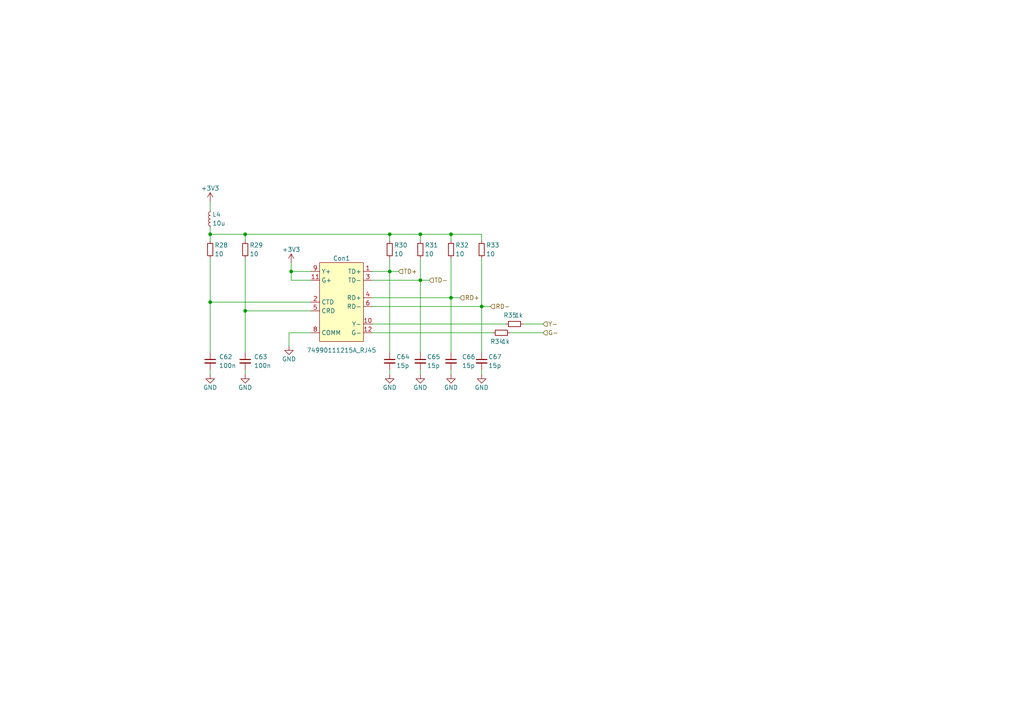
<source format=kicad_sch>
(kicad_sch (version 20211123) (generator eeschema)
  (paper "A4")
  (lib_symbols
    (symbol "Device:C_Small" (pin_numbers hide) (pin_names (offset 0.254) hide)
      (property "Reference" "C" (at 0.254 1.778 0))
      (property "Value" "C_Small" (at 0.254 -2.032 0))
      (symbol "C_Small_0_1"
        (polyline (pts (xy -1.524 -0.508) (xy 1.524 -0.508)) (stroke (width 0.3302)))
        (polyline (pts (xy -1.524 0.508) (xy 1.524 0.508)) (stroke (width 0.3048)))
      )
      (symbol "C_Small_1_1"
        (pin passive line (at 0 2.54 270) (length 2.032) (name "~") (number "1"))
        (pin passive line (at 0 -2.54 90) (length 2.032) (name "~") (number "2"))
      )
    )
    (symbol "Device:L_Small" (pin_numbers hide) (pin_names (offset 0.254) hide)
      (property "Reference" "L" (at 0.762 1.016 0))
      (property "Value" "L_Small" (at 0.762 -1.016 0))
      (symbol "L_Small_0_1"
        (arc (start 0 -2.032) (mid 0.508 -1.524) (end 0 -1.016))
        (arc (start 0 -1.016) (mid 0.508 -0.508) (end 0 0))
        (arc (start 0 0) (mid 0.508 0.508) (end 0 1.016))
        (arc (start 0 1.016) (mid 0.508 1.524) (end 0 2.032))
      )
      (symbol "L_Small_1_1"
        (pin passive line (at 0 2.54 270) (length 0.508) (name "~") (number "1"))
        (pin passive line (at 0 -2.54 90) (length 0.508) (name "~") (number "2"))
      )
    )
    (symbol "Device:R_Small" (pin_numbers hide) (pin_names (offset 0.254) hide)
      (property "Reference" "R" (at 0.762 0.508 0))
      (property "Value" "R_Small" (at 0.762 -1.016 0))
      (symbol "R_Small_0_1"
        (rectangle (start -0.762 1.778) (end 0.762 -1.778) (stroke (width 0.2032)))
      )
      (symbol "R_Small_1_1"
        (pin passive line (at 0 2.54 270) (length 0.762) (name "~") (number "1"))
        (pin passive line (at 0 -2.54 90) (length 0.762) (name "~") (number "2"))
      )
    )
    (symbol "power:+3V3" (power) (pin_names (offset 0))
      (property "Value" "+3V3" (at 0 3.556 0))
      (symbol "+3V3_0_1"
        (polyline (pts (xy -0.762 1.27) (xy 0 2.54)))
        (polyline (pts (xy 0 0) (xy 0 2.54)))
        (polyline (pts (xy 0 2.54) (xy 0.762 1.27)))
      )
      (symbol "+3V3_1_1"
        (pin power_in line (at 0 0 90) (length 0) hide (name "+3V3") (number "1"))
      )
    )
    (symbol "power:GND" (power) (pin_names (offset 0))
      (property "Value" "GND" (at 0 -3.81 0))
      (symbol "GND_0_1"
        (polyline (pts (xy 0 0) (xy 0 -1.27) (xy 1.27 -1.27) (xy 0 -2.54) (xy -1.27 -1.27) (xy 0 -1.27)))
      )
      (symbol "GND_1_1"
        (pin power_in line (at 0 0 270) (length 0) hide (name "GND") (number "1"))
      )
    )
    (symbol "v3s:74990111215A_RJ45"
      (property "Reference" "Con" (at -11.43 3.81 0))
      (property "Value" "74990111215A_RJ45" (at -6.35 -21.59 0))
      (symbol "74990111215A_RJ45_0_1"
        (rectangle (start -12.7 2.54) (end 0 -20.32) (fill (type background)))
      )
      (symbol "74990111215A_RJ45_1_1"
        (pin input line (at 2.54 0 180) (length 2.54) (name "TD+") (number "1"))
        (pin input line (at 2.54 -15.24 180) (length 2.54) (name "Y-") (number "10"))
        (pin input line (at -15.24 -2.54 0) (length 2.54) (name "G+") (number "11"))
        (pin input line (at 2.54 -17.78 180) (length 2.54) (name "G-") (number "12"))
        (pin input line (at -15.24 -8.89 0) (length 2.54) (name "CTD") (number "2"))
        (pin input line (at 2.54 -2.54 180) (length 2.54) (name "TD-") (number "3"))
        (pin input line (at 2.54 -7.62 180) (length 2.54) (name "RD+") (number "4"))
        (pin input line (at -15.24 -11.43 0) (length 2.54) (name "CRD") (number "5"))
        (pin input line (at 2.54 -10.16 180) (length 2.54) (name "RD-") (number "6"))
        (pin input line (at -15.24 -17.78 0) (length 2.54) (name "COMM") (number "8"))
        (pin input line (at -15.24 0 0) (length 2.54) (name "Y+") (number "9"))
      )
    )
  )
  (junction (at 60.96 87.63))
  (junction (at 130.81 67.945))
  (junction (at 130.81 86.36))
  (junction (at 71.12 67.945))
  (junction (at 121.92 81.28))
  (junction (at 113.03 67.945))
  (junction (at 121.92 67.945))
  (junction (at 113.03 78.74))
  (junction (at 139.7 88.9))
  (junction (at 71.12 90.17))
  (junction (at 84.455 78.74))
  (junction (at 60.96 67.945))
  (wire (pts (xy 107.95 86.36) (xy 130.81 86.36)))
  (wire (pts (xy 121.92 81.28) (xy 121.92 102.235)))
  (wire (pts (xy 83.82 96.52) (xy 90.17 96.52)))
  (wire (pts (xy 147.955 96.52) (xy 157.48 96.52)))
  (wire (pts (xy 139.7 67.945) (xy 139.7 69.85)))
  (wire (pts (xy 121.92 81.28) (xy 124.46 81.28)))
  (wire (pts (xy 84.455 78.74) (xy 90.17 78.74)))
  (wire (pts (xy 139.7 88.9) (xy 139.7 102.235)))
  (wire (pts (xy 71.12 67.945) (xy 113.03 67.945)))
  (wire (pts (xy 139.7 88.9) (xy 142.24 88.9)))
  (wire (pts (xy 107.95 81.28) (xy 121.92 81.28)))
  (wire (pts (xy 90.17 81.28) (xy 84.455 81.28)))
  (wire (pts (xy 130.81 107.315) (xy 130.81 108.585)))
  (wire (pts (xy 113.03 67.945) (xy 113.03 69.85)))
  (wire (pts (xy 60.96 67.945) (xy 60.96 69.85)))
  (wire (pts (xy 130.81 74.93) (xy 130.81 86.36)))
  (wire (pts (xy 113.03 67.945) (xy 121.92 67.945)))
  (wire (pts (xy 84.455 78.74) (xy 84.455 76.2)))
  (wire (pts (xy 121.92 67.945) (xy 130.81 67.945)))
  (wire (pts (xy 71.12 107.315) (xy 71.12 108.585)))
  (wire (pts (xy 60.96 107.315) (xy 60.96 108.585)))
  (wire (pts (xy 107.95 78.74) (xy 113.03 78.74)))
  (wire (pts (xy 107.95 88.9) (xy 139.7 88.9)))
  (wire (pts (xy 139.7 74.93) (xy 139.7 88.9)))
  (wire (pts (xy 130.81 86.36) (xy 133.35 86.36)))
  (wire (pts (xy 60.96 87.63) (xy 90.17 87.63)))
  (wire (pts (xy 130.81 67.945) (xy 139.7 67.945)))
  (wire (pts (xy 113.03 78.74) (xy 113.03 102.235)))
  (wire (pts (xy 60.96 87.63) (xy 60.96 102.235)))
  (wire (pts (xy 121.92 67.945) (xy 121.92 69.85)))
  (wire (pts (xy 84.455 81.28) (xy 84.455 78.74)))
  (wire (pts (xy 151.765 93.98) (xy 157.48 93.98)))
  (wire (pts (xy 60.96 58.42) (xy 60.96 60.96)))
  (wire (pts (xy 60.96 74.93) (xy 60.96 87.63)))
  (wire (pts (xy 113.03 107.315) (xy 113.03 108.585)))
  (wire (pts (xy 113.03 74.93) (xy 113.03 78.74)))
  (wire (pts (xy 60.96 66.04) (xy 60.96 67.945)))
  (wire (pts (xy 139.7 107.315) (xy 139.7 108.585)))
  (wire (pts (xy 121.92 107.315) (xy 121.92 108.585)))
  (wire (pts (xy 71.12 90.17) (xy 71.12 102.235)))
  (wire (pts (xy 71.12 67.945) (xy 71.12 69.85)))
  (wire (pts (xy 113.03 78.74) (xy 115.57 78.74)))
  (wire (pts (xy 71.12 90.17) (xy 90.17 90.17)))
  (wire (pts (xy 71.12 74.93) (xy 71.12 90.17)))
  (wire (pts (xy 121.92 74.93) (xy 121.92 81.28)))
  (wire (pts (xy 130.81 86.36) (xy 130.81 102.235)))
  (wire (pts (xy 107.95 96.52) (xy 142.875 96.52)))
  (wire (pts (xy 83.82 100.33) (xy 83.82 96.52)))
  (wire (pts (xy 60.96 67.945) (xy 71.12 67.945)))
  (wire (pts (xy 107.95 93.98) (xy 146.685 93.98)))
  (wire (pts (xy 130.81 67.945) (xy 130.81 69.85)))
  (hierarchical_label "RD+" (shape input) (at 133.35 86.36 0))
  (hierarchical_label "Y-" (shape input) (at 157.48 93.98 0))
  (hierarchical_label "G-" (shape input) (at 157.48 96.52 0))
  (hierarchical_label "TD-" (shape input) (at 124.46 81.28 0))
  (hierarchical_label "RD-" (shape input) (at 142.24 88.9 0))
  (hierarchical_label "TD+" (shape input) (at 115.57 78.74 0))
  (symbol (lib_id "Device:R_Small") (at 145.415 96.52 90) (unit 1)
    (property "Reference" "R34" (at 144.145 99.06 90))
    (property "Value" "1k" (at 146.685 99.06 90))
    (property "Footprint" "Resistor_SMD:R_0603_1608Metric" (effects hide))
  )
  (symbol (lib_id "Device:R_Small") (at 149.225 93.98 90) (unit 1)
    (property "Reference" "R35" (at 147.955 91.44 90))
    (property "Value" "1k" (at 150.495 91.44 90))
    (property "Footprint" "Resistor_SMD:R_0603_1608Metric" (effects hide))
  )
  (symbol (lib_id "power:+3V3") (at 60.96 58.42 0) (unit 1)
    (property "Reference" "#PWR0172" (effects hide))
    (property "Value" "+3V3" (at 60.96 54.61 0))
  )
  (symbol (lib_id "Device:C_Small") (at 121.92 104.775 0) (unit 1)
    (property "Reference" "C65" (at 123.825 103.505 0) (effects (justify left)))
    (property "Value" "15p" (at 123.825 106.045 0) (effects (justify left)))
    (property "Footprint" "Capacitor_SMD:C_0603_1608Metric" (effects hide))
  )
  (symbol (lib_id "Device:L_Small") (at 60.96 63.5 180) (unit 1)
    (property "Reference" "L4" (at 61.595 62.2299 0) (effects (justify right)))
    (property "Value" "10u" (at 61.595 64.7699 0) (effects (justify right)))
  )
  (symbol (lib_id "Device:C_Small") (at 139.7 104.775 0) (unit 1)
    (property "Reference" "C67" (at 141.605 103.505 0) (effects (justify left)))
    (property "Value" "15p" (at 141.605 106.045 0) (effects (justify left)))
    (property "Footprint" "Capacitor_SMD:C_0603_1608Metric" (effects hide))
  )
  (symbol (lib_id "power:GND") (at 71.12 108.585 0) (unit 1)
    (property "Reference" "#PWR0168" (effects hide))
    (property "Value" "GND" (at 71.12 112.395 0))
  )
  (symbol (lib_id "Device:C_Small") (at 113.03 104.775 0) (unit 1)
    (property "Reference" "C64" (at 114.935 103.505 0) (effects (justify left)))
    (property "Value" "15p" (at 114.935 106.045 0) (effects (justify left)))
    (property "Footprint" "Capacitor_SMD:C_0603_1608Metric" (effects hide))
  )
  (symbol (lib_id "Device:R_Small") (at 139.7 72.39 0) (unit 1)
    (property "Reference" "R33" (at 140.97 71.12 0) (effects (justify left)))
    (property "Value" "10" (at 140.97 73.66 0) (effects (justify left)))
    (property "Footprint" "Resistor_SMD:R_0603_1608Metric" (effects hide))
  )
  (symbol (lib_id "power:GND") (at 139.7 108.585 0) (unit 1)
    (property "Reference" "#PWR0174" (effects hide))
    (property "Value" "GND" (at 139.7 112.395 0))
  )
  (symbol (lib_id "power:GND") (at 60.96 108.585 0) (unit 1)
    (property "Reference" "#PWR0169" (effects hide))
    (property "Value" "GND" (at 60.96 112.395 0))
  )
  (symbol (lib_id "v3s:74990111215A_RJ45") (at 105.41 78.74 0) (unit 1)
    (property "Reference" "Con1" (at 99.06 74.93 0))
    (property "Value" "74990111215A_RJ45" (at 99.06 101.6 0))
  )
  (symbol (lib_id "Device:C_Small") (at 71.12 104.775 0) (unit 1)
    (property "Reference" "C63" (at 73.66 103.5112 0) (effects (justify left)))
    (property "Value" "100n" (at 73.66 106.0512 0) (effects (justify left)))
    (property "Footprint" "Capacitor_SMD:C_0603_1608Metric" (effects hide))
  )
  (symbol (lib_id "Device:R_Small") (at 60.96 72.39 0) (unit 1)
    (property "Reference" "R28" (at 62.23 71.12 0) (effects (justify left)))
    (property "Value" "10" (at 62.23 73.66 0) (effects (justify left)))
    (property "Footprint" "Resistor_SMD:R_0603_1608Metric" (effects hide))
  )
  (symbol (lib_id "power:GND") (at 130.81 108.585 0) (unit 1)
    (property "Reference" "#PWR0173" (effects hide))
    (property "Value" "GND" (at 130.81 112.395 0))
  )
  (symbol (lib_id "power:GND") (at 83.82 100.33 0) (unit 1)
    (property "Reference" "#PWR0171" (effects hide))
    (property "Value" "GND" (at 83.82 104.14 0))
  )
  (symbol (lib_id "Device:C_Small") (at 60.96 104.775 0) (unit 1)
    (property "Reference" "C62" (at 63.5 103.5112 0) (effects (justify left)))
    (property "Value" "100n" (at 63.5 106.0512 0) (effects (justify left)))
    (property "Footprint" "Capacitor_SMD:C_0603_1608Metric" (effects hide))
  )
  (symbol (lib_id "Device:R_Small") (at 71.12 72.39 0) (unit 1)
    (property "Reference" "R29" (at 72.39 71.12 0) (effects (justify left)))
    (property "Value" "10" (at 72.39 73.66 0) (effects (justify left)))
    (property "Footprint" "Resistor_SMD:R_0603_1608Metric" (effects hide))
  )
  (symbol (lib_id "power:GND") (at 113.03 108.585 0) (unit 1)
    (property "Reference" "#PWR0175" (effects hide))
    (property "Value" "GND" (at 113.03 112.395 0))
  )
  (symbol (lib_id "power:+3V3") (at 84.455 76.2 0) (unit 1)
    (property "Reference" "#PWR0170" (effects hide))
    (property "Value" "+3V3" (at 84.455 72.39 0))
  )
  (symbol (lib_id "power:GND") (at 121.92 108.585 0) (unit 1)
    (property "Reference" "#PWR0176" (effects hide))
    (property "Value" "GND" (at 121.92 112.395 0))
  )
  (symbol (lib_id "Device:R_Small") (at 130.81 72.39 0) (unit 1)
    (property "Reference" "R32" (at 132.08 71.12 0) (effects (justify left)))
    (property "Value" "10" (at 132.08 73.66 0) (effects (justify left)))
    (property "Footprint" "Resistor_SMD:R_0603_1608Metric" (effects hide))
  )
  (symbol (lib_id "Device:C_Small") (at 130.81 104.775 0) (unit 1)
    (property "Reference" "C66" (at 133.985 103.505 0) (effects (justify left)))
    (property "Value" "15p" (at 133.985 106.045 0) (effects (justify left)))
    (property "Footprint" "Capacitor_SMD:C_0603_1608Metric" (effects hide))
  )
  (symbol (lib_id "Device:R_Small") (at 121.92 72.39 0) (unit 1)
    (property "Reference" "R31" (at 123.19 71.12 0) (effects (justify left)))
    (property "Value" "10" (at 123.19 73.66 0) (effects (justify left)))
    (property "Footprint" "Resistor_SMD:R_0603_1608Metric" (effects hide))
  )
  (symbol (lib_id "Device:R_Small") (at 113.03 72.39 0) (unit 1)
    (property "Reference" "R30" (at 114.3 71.12 0) (effects (justify left)))
    (property "Value" "10" (at 114.3 73.66 0) (effects (justify left)))
    (property "Footprint" "Resistor_SMD:R_0603_1608Metric" (effects hide))
  )
)
</source>
